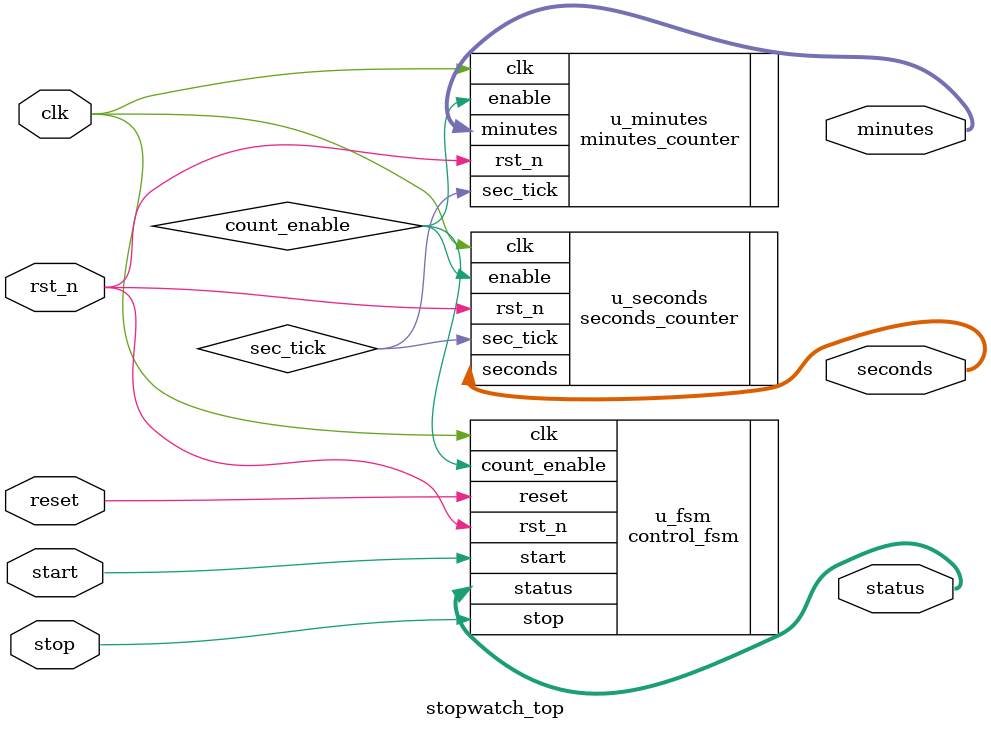
<source format=v>
module stopwatch_top (
    input  wire clk,
    input  wire rst_n,
    input  wire start,
    input  wire stop,
    input  wire reset,
    output wire [7:0] minutes,
    output wire [5:0] seconds,
    output wire [1:0] status
);

    wire count_enable;
    wire sec_tick;

    control_fsm u_fsm (
        .clk(clk),
        .rst_n(rst_n),
        .start(start),
        .stop(stop),
        .reset(reset),
        .count_enable(count_enable),
        .status(status)
    );

    seconds_counter u_seconds (
        .clk(clk),
        .rst_n(rst_n),
        .enable(count_enable),
        .seconds(seconds),
        .sec_tick(sec_tick)
    );

    minutes_counter u_minutes (
        .clk(clk),
        .rst_n(rst_n),
        .enable(count_enable),
        .sec_tick(sec_tick),
        .minutes(minutes)
    );

endmodule

</source>
